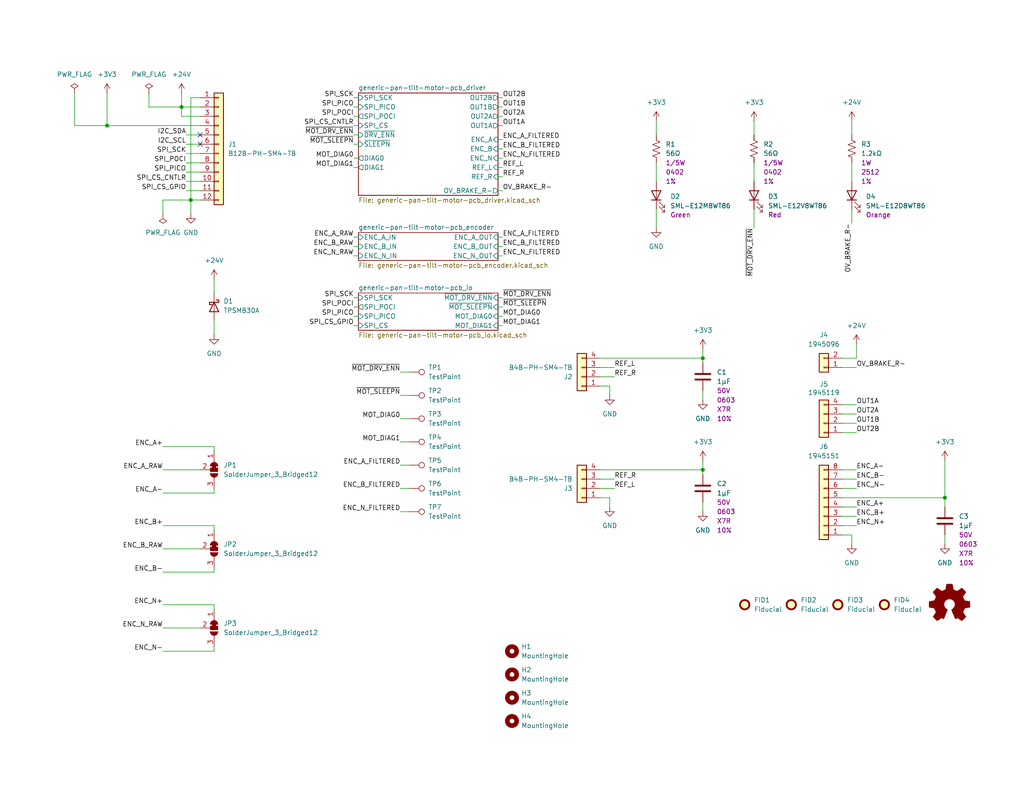
<source format=kicad_sch>
(kicad_sch (version 20231120) (generator "eeschema") (generator_version "8.0")
  (paper "USLetter")
  (title_block (title "Generic Pan Tilt Motor PCB") (date "${KIBOT_GIT_DATE} ${KITBOT_RUN_DATE}") (rev "${KIBOT_GIT_DESCRIBE}") (company "Responsive Environments, MIT Media Lab") (comment 1 "Perry Naseck") (comment 2 "https://github.com/mitmedialab/generic-pan-tilt-pcb/") (comment 3 "Licensed under CERN-OHL-P v2 or later") (comment 4 "© MIT Media Lab 2024") (comment 5 "This source describes Open Hardware and is licensed under the CERN-OHL-P v2 or later. You may redistribute and modify this documentation and make products using it under the terms of the CERN-OHL-P v2 (https:/cern.ch/cern-ohl). This documentation is distributed WITHOUT ANY EXPRESS OR IMPLIED WARRANTY, INCLUDING OF MERCHANTABILITY, SATISFACTORY QUALITY AND FITNESS FOR A PARTICULAR PURPOSE. Please see the CERN-OHL-P v2 for applicable conditions"))
  (lib_symbols
    (symbol "Connector:TestPoint" (pin_numbers hide) (pin_names (offset 0.762) hide)
      (property "Reference" "TP" (at 0 6.858 0))
      (property "Value" "TestPoint" (at 0 5.08 0))
      (symbol "TestPoint_1_1"
        (pin passive line (at 0 0 90) (length 2.54) (name "1") (number "1"))
      )
    )
    (symbol "Connector_Generic:Conn_01x02" (pin_names (offset 1.016) hide)
      (property "Reference" "J" (at 0 2.54 0))
      (property "Value" "Conn_01x02" (at 0 -5.08 0))
      (symbol "Conn_01x02_1_1"
        (pin passive line (at -5.08 0 0) (length 3.81) (name "Pin_1") (number "1"))
        (pin passive line (at -5.08 -2.54 0) (length 3.81) (name "Pin_2") (number "2"))
      )
    )
    (symbol "Connector_Generic:Conn_01x04" (pin_names (offset 1.016) hide)
      (property "Reference" "J" (at 0 5.08 0))
      (property "Value" "Conn_01x04" (at 0 -7.62 0))
      (symbol "Conn_01x04_1_1"
        (pin passive line (at -5.08 2.54 0) (length 3.81) (name "Pin_1") (number "1"))
        (pin passive line (at -5.08 0 0) (length 3.81) (name "Pin_2") (number "2"))
        (pin passive line (at -5.08 -2.54 0) (length 3.81) (name "Pin_3") (number "3"))
        (pin passive line (at -5.08 -5.08 0) (length 3.81) (name "Pin_4") (number "4"))
      )
    )
    (symbol "Connector_Generic:Conn_01x08" (pin_names (offset 1.016) hide)
      (property "Reference" "J" (at 0 10.16 0))
      (property "Value" "Conn_01x08" (at 0 -12.7 0))
      (symbol "Conn_01x08_1_1"
        (pin passive line (at -5.08 7.62 0) (length 3.81) (name "Pin_1") (number "1"))
        (pin passive line (at -5.08 5.08 0) (length 3.81) (name "Pin_2") (number "2"))
        (pin passive line (at -5.08 2.54 0) (length 3.81) (name "Pin_3") (number "3"))
        (pin passive line (at -5.08 0 0) (length 3.81) (name "Pin_4") (number "4"))
        (pin passive line (at -5.08 -2.54 0) (length 3.81) (name "Pin_5") (number "5"))
        (pin passive line (at -5.08 -5.08 0) (length 3.81) (name "Pin_6") (number "6"))
        (pin passive line (at -5.08 -7.62 0) (length 3.81) (name "Pin_7") (number "7"))
        (pin passive line (at -5.08 -10.16 0) (length 3.81) (name "Pin_8") (number "8"))
      )
    )
    (symbol "Connector_Generic:Conn_01x12" (pin_names (offset 1.016) hide)
      (property "Reference" "J" (at 0 15.24 0))
      (property "Value" "Conn_01x12" (at 0 -17.78 0))
      (symbol "Conn_01x12_1_1"
        (pin passive line (at -5.08 12.7 0) (length 3.81) (name "Pin_1") (number "1"))
        (pin passive line (at -5.08 -10.16 0) (length 3.81) (name "Pin_10") (number "10"))
        (pin passive line (at -5.08 -12.7 0) (length 3.81) (name "Pin_11") (number "11"))
        (pin passive line (at -5.08 -15.24 0) (length 3.81) (name "Pin_12") (number "12"))
        (pin passive line (at -5.08 10.16 0) (length 3.81) (name "Pin_2") (number "2"))
        (pin passive line (at -5.08 7.62 0) (length 3.81) (name "Pin_3") (number "3"))
        (pin passive line (at -5.08 5.08 0) (length 3.81) (name "Pin_4") (number "4"))
        (pin passive line (at -5.08 2.54 0) (length 3.81) (name "Pin_5") (number "5"))
        (pin passive line (at -5.08 0 0) (length 3.81) (name "Pin_6") (number "6"))
        (pin passive line (at -5.08 -2.54 0) (length 3.81) (name "Pin_7") (number "7"))
        (pin passive line (at -5.08 -5.08 0) (length 3.81) (name "Pin_8") (number "8"))
        (pin passive line (at -5.08 -7.62 0) (length 3.81) (name "Pin_9") (number "9"))
      )
    )
    (symbol "Device:C" (pin_numbers hide) (pin_names (offset 0.254))
      (property "Reference" "C" (at 0.635 2.54 0))
      (property "Value" "C" (at 0.635 -2.54 0))
      (symbol "C_1_1"
        (pin passive line (at 0 3.81 270) (length 2.794) (name "~") (number "1"))
        (pin passive line (at 0 -3.81 90) (length 2.794) (name "~") (number "2"))
      )
    )
    (symbol "Device:D_Schottky" (pin_numbers hide) (pin_names (offset 1.016) hide)
      (property "Reference" "D" (at 0 2.54 0))
      (property "Value" "D_Schottky" (at 0 -2.54 0))
      (symbol "D_Schottky_1_1"
        (pin passive line (at -3.81 0 0) (length 2.54) (name "K") (number "1"))
        (pin passive line (at 3.81 0 180) (length 2.54) (name "A") (number "2"))
      )
    )
    (symbol "Device:LED" (pin_numbers hide) (pin_names (offset 1.016) hide)
      (property "Reference" "D" (at 0 2.54 0))
      (property "Value" "LED" (at 0 -2.54 0))
      (symbol "LED_1_1"
        (pin passive line (at -3.81 0 0) (length 2.54) (name "K") (number "1"))
        (pin passive line (at 3.81 0 180) (length 2.54) (name "A") (number "2"))
      )
    )
    (symbol "Device:R_US" (pin_numbers hide) (pin_names (offset 0))
      (property "Reference" "R" (at 2.54 0 90))
      (property "Value" "R_US" (at -2.54 0 90))
      (symbol "R_US_1_1"
        (pin passive line (at 0 3.81 270) (length 1.27) (name "~") (number "1"))
        (pin passive line (at 0 -3.81 90) (length 1.27) (name "~") (number "2"))
      )
    )
    (symbol "Graphic:Logo_Open_Hardware_Small" (in_bom no) (on_board no))
    (symbol "Jumper:SolderJumper_3_Bridged12" (pin_names (offset 0) hide) (exclude_from_sim yes) (in_bom no)
      (property "Reference" "JP" (at -2.54 -2.54 0))
      (property "Value" "SolderJumper_3_Bridged12" (at 0 2.794 0))
      (symbol "SolderJumper_3_Bridged12_1_1"
        (pin passive line (at -5.08 0 0) (length 2.54) (name "A") (number "1"))
        (pin passive line (at 0 -3.81 90) (length 2.54) (name "C") (number "2"))
        (pin passive line (at 5.08 0 180) (length 2.54) (name "B") (number "3"))
      )
    )
    (symbol "Mechanical:Fiducial" (exclude_from_sim yes) (in_bom no)
      (property "Reference" "FID" (at 0 5.08 0))
      (property "Value" "Fiducial" (at 0 3.175 0))
    )
    (symbol "Mechanical:MountingHole" (pin_names (offset 1.016)) (exclude_from_sim yes) (in_bom no)
      (property "Reference" "H" (at 0 5.08 0))
      (property "Value" "MountingHole" (at 0 3.175 0))
    )
    (symbol "power:+24V" (power) (pin_numbers hide) (pin_names (offset 0) hide)
      (property "Value" "+24V" (at 0 3.556 0))
      (symbol "+24V_1_1"
        (pin power_in line (at 0 0 90) (length 0) (name "~") (number "1"))
      )
    )
    (symbol "power:+3V3" (power) (pin_numbers hide) (pin_names (offset 0) hide)
      (property "Value" "+3V3" (at 0 3.556 0))
      (symbol "+3V3_1_1"
        (pin power_in line (at 0 0 90) (length 0) (name "~") (number "1"))
      )
    )
    (symbol "power:GND" (power) (pin_numbers hide) (pin_names (offset 0) hide)
      (property "Value" "GND" (at 0 -3.81 0))
      (symbol "GND_1_1"
        (pin power_in line (at 0 0 270) (length 0) (name "~") (number "1"))
      )
    )
    (symbol "power:PWR_FLAG" (power) (pin_numbers hide) (pin_names (offset 0) hide)
      (property "Value" "PWR_FLAG" (at 0 3.81 0))
      (symbol "PWR_FLAG_0_0"
        (pin power_out line (at 0 0 90) (length 0) (name "~") (number "1"))
      )
    )
  )
  (junction (at 191.77 128.27))
  (junction (at 29.21 34.29))
  (junction (at 191.77 97.79))
  (junction (at 52.07 54.61))
  (junction (at 257.81 135.89))
  (junction (at 49.53 29.21))
  (no_connect (at 54.61 39.37))
  (no_connect (at 54.61 36.83))
  (wire (pts (xy 50.8 36.83) (xy 54.61 36.83)))
  (wire (pts (xy 109.22 139.7) (xy 111.76 139.7)))
  (wire (pts (xy 44.45 134.62) (xy 58.42 134.62)))
  (wire (pts (xy 49.53 31.75) (xy 54.61 31.75)))
  (wire (pts (xy 52.07 58.42) (xy 52.07 54.61)))
  (wire (pts (xy 257.81 138.43) (xy 257.81 135.89)))
  (wire (pts (xy 109.22 101.6) (xy 111.76 101.6)))
  (wire (pts (xy 205.74 44.45) (xy 205.74 49.53)))
  (wire (pts (xy 166.37 105.41) (xy 163.83 105.41)))
  (wire (pts (xy 58.42 76.2) (xy 58.42 80.01)))
  (wire (pts (xy 191.77 129.54) (xy 191.77 128.27)))
  (wire (pts (xy 257.81 135.89) (xy 229.87 135.89)))
  (wire (pts (xy 44.45 149.86) (xy 54.61 149.86)))
  (wire (pts (xy 58.42 177.8) (xy 58.42 176.53)))
  (wire (pts (xy 233.68 93.98) (xy 233.68 97.79)))
  (wire (pts (xy 44.45 156.21) (xy 58.42 156.21)))
  (wire (pts (xy 96.52 43.18) (xy 97.79 43.18)))
  (wire (pts (xy 109.22 107.95) (xy 111.76 107.95)))
  (wire (pts (xy 52.07 54.61) (xy 52.07 26.67)))
  (wire (pts (xy 58.42 143.51) (xy 58.42 144.78)))
  (wire (pts (xy 135.89 69.85) (xy 137.16 69.85)))
  (wire (pts (xy 29.21 25.4) (xy 29.21 34.29)))
  (wire (pts (xy 44.45 121.92) (xy 58.42 121.92)))
  (wire (pts (xy 135.89 45.72) (xy 137.16 45.72)))
  (wire (pts (xy 233.68 128.27) (xy 229.87 128.27)))
  (wire (pts (xy 44.45 128.27) (xy 54.61 128.27)))
  (wire (pts (xy 233.68 100.33) (xy 229.87 100.33)))
  (wire (pts (xy 233.68 130.81) (xy 229.87 130.81)))
  (wire (pts (xy 50.8 44.45) (xy 54.61 44.45)))
  (wire (pts (xy 96.52 34.29) (xy 97.79 34.29)))
  (wire (pts (xy 135.89 67.31) (xy 137.16 67.31)))
  (wire (pts (xy 135.89 43.18) (xy 137.16 43.18)))
  (wire (pts (xy 257.81 146.05) (xy 257.81 148.59)))
  (wire (pts (xy 135.89 29.21) (xy 137.16 29.21)))
  (wire (pts (xy 233.68 140.97) (xy 229.87 140.97)))
  (wire (pts (xy 44.45 165.1) (xy 58.42 165.1)))
  (wire (pts (xy 96.52 86.36) (xy 97.79 86.36)))
  (wire (pts (xy 49.53 29.21) (xy 54.61 29.21)))
  (wire (pts (xy 167.64 102.87) (xy 163.83 102.87)))
  (wire (pts (xy 167.64 130.81) (xy 163.83 130.81)))
  (wire (pts (xy 44.45 143.51) (xy 58.42 143.51)))
  (wire (pts (xy 232.41 60.96) (xy 232.41 57.15)))
  (wire (pts (xy 232.41 33.02) (xy 232.41 36.83)))
  (wire (pts (xy 49.53 29.21) (xy 49.53 31.75)))
  (wire (pts (xy 52.07 26.67) (xy 54.61 26.67)))
  (wire (pts (xy 96.52 29.21) (xy 97.79 29.21)))
  (wire (pts (xy 232.41 146.05) (xy 229.87 146.05)))
  (wire (pts (xy 50.8 41.91) (xy 54.61 41.91)))
  (wire (pts (xy 232.41 44.45) (xy 232.41 49.53)))
  (wire (pts (xy 40.64 25.4) (xy 40.64 29.21)))
  (wire (pts (xy 179.07 33.02) (xy 179.07 36.83)))
  (wire (pts (xy 20.32 25.4) (xy 20.32 34.29)))
  (wire (pts (xy 233.68 97.79) (xy 229.87 97.79)))
  (wire (pts (xy 205.74 57.15) (xy 205.74 62.23)))
  (wire (pts (xy 232.41 148.59) (xy 232.41 146.05)))
  (wire (pts (xy 58.42 133.35) (xy 58.42 134.62)))
  (wire (pts (xy 135.89 64.77) (xy 137.16 64.77)))
  (wire (pts (xy 233.68 115.57) (xy 229.87 115.57)))
  (wire (pts (xy 96.52 39.37) (xy 97.79 39.37)))
  (wire (pts (xy 233.68 118.11) (xy 229.87 118.11)))
  (wire (pts (xy 135.89 88.9) (xy 137.16 88.9)))
  (wire (pts (xy 50.8 49.53) (xy 54.61 49.53)))
  (wire (pts (xy 50.8 46.99) (xy 54.61 46.99)))
  (wire (pts (xy 135.89 48.26) (xy 137.16 48.26)))
  (wire (pts (xy 135.89 81.28) (xy 137.16 81.28)))
  (wire (pts (xy 96.52 88.9) (xy 97.79 88.9)))
  (wire (pts (xy 257.81 125.73) (xy 257.81 135.89)))
  (wire (pts (xy 58.42 156.21) (xy 58.42 154.94)))
  (wire (pts (xy 135.89 83.82) (xy 137.16 83.82)))
  (wire (pts (xy 233.68 133.35) (xy 229.87 133.35)))
  (wire (pts (xy 191.77 99.06) (xy 191.77 97.79)))
  (wire (pts (xy 109.22 133.35) (xy 111.76 133.35)))
  (wire (pts (xy 135.89 52.07) (xy 137.16 52.07)))
  (wire (pts (xy 96.52 67.31) (xy 97.79 67.31)))
  (wire (pts (xy 44.45 58.42) (xy 44.45 54.61)))
  (wire (pts (xy 109.22 114.3) (xy 111.76 114.3)))
  (wire (pts (xy 58.42 87.63) (xy 58.42 91.44)))
  (wire (pts (xy 191.77 106.68) (xy 191.77 109.22)))
  (wire (pts (xy 96.52 69.85) (xy 97.79 69.85)))
  (wire (pts (xy 20.32 34.29) (xy 29.21 34.29)))
  (wire (pts (xy 96.52 36.83) (xy 97.79 36.83)))
  (wire (pts (xy 233.68 113.03) (xy 229.87 113.03)))
  (wire (pts (xy 135.89 38.1) (xy 137.16 38.1)))
  (wire (pts (xy 96.52 83.82) (xy 97.79 83.82)))
  (wire (pts (xy 52.07 54.61) (xy 54.61 54.61)))
  (wire (pts (xy 191.77 97.79) (xy 163.83 97.79)))
  (wire (pts (xy 135.89 26.67) (xy 137.16 26.67)))
  (wire (pts (xy 166.37 107.95) (xy 166.37 105.41)))
  (wire (pts (xy 179.07 44.45) (xy 179.07 49.53)))
  (wire (pts (xy 191.77 125.73) (xy 191.77 128.27)))
  (wire (pts (xy 44.45 171.45) (xy 54.61 171.45)))
  (wire (pts (xy 191.77 95.25) (xy 191.77 97.79)))
  (wire (pts (xy 96.52 81.28) (xy 97.79 81.28)))
  (wire (pts (xy 191.77 137.16) (xy 191.77 139.7)))
  (wire (pts (xy 109.22 127) (xy 111.76 127)))
  (wire (pts (xy 40.64 29.21) (xy 49.53 29.21)))
  (wire (pts (xy 233.68 143.51) (xy 229.87 143.51)))
  (wire (pts (xy 50.8 52.07) (xy 54.61 52.07)))
  (wire (pts (xy 233.68 138.43) (xy 229.87 138.43)))
  (wire (pts (xy 96.52 64.77) (xy 97.79 64.77)))
  (wire (pts (xy 135.89 40.64) (xy 137.16 40.64)))
  (wire (pts (xy 58.42 123.19) (xy 58.42 121.92)))
  (wire (pts (xy 135.89 34.29) (xy 137.16 34.29)))
  (wire (pts (xy 166.37 138.43) (xy 166.37 135.89)))
  (wire (pts (xy 233.68 110.49) (xy 229.87 110.49)))
  (wire (pts (xy 96.52 26.67) (xy 97.79 26.67)))
  (wire (pts (xy 191.77 128.27) (xy 163.83 128.27)))
  (wire (pts (xy 96.52 31.75) (xy 97.79 31.75)))
  (wire (pts (xy 49.53 25.4) (xy 49.53 29.21)))
  (wire (pts (xy 58.42 166.37) (xy 58.42 165.1)))
  (wire (pts (xy 167.64 133.35) (xy 163.83 133.35)))
  (wire (pts (xy 205.74 33.02) (xy 205.74 36.83)))
  (wire (pts (xy 96.52 45.72) (xy 97.79 45.72)))
  (wire (pts (xy 135.89 31.75) (xy 137.16 31.75)))
  (wire (pts (xy 44.45 54.61) (xy 52.07 54.61)))
  (wire (pts (xy 109.22 120.65) (xy 111.76 120.65)))
  (wire (pts (xy 166.37 135.89) (xy 163.83 135.89)))
  (wire (pts (xy 44.45 177.8) (xy 58.42 177.8)))
  (wire (pts (xy 167.64 100.33) (xy 163.83 100.33)))
  (wire (pts (xy 50.8 39.37) (xy 54.61 39.37)))
  (wire (pts (xy 135.89 86.36) (xy 137.16 86.36)))
  (wire (pts (xy 179.07 57.15) (xy 179.07 62.23)))
  (wire (pts (xy 29.21 34.29) (xy 54.61 34.29)))
  (label "ENC_B-" (at 44.45 156.21 180))
  (label "SPI_POCI" (at 96.52 31.75 180))
  (label "MOT_DIAG0" (at 109.22 114.3 180))
  (label "ENC_B-" (at 233.68 130.81 0))
  (label "ENC_B+" (at 44.45 143.51 180))
  (label "OUT1B" (at 137.16 29.21 0))
  (label "ENC_A_FILTERED" (at 137.16 64.77 0))
  (label "ENC_A_RAW" (at 96.52 64.77 180))
  (label "ENC_A-" (at 44.45 134.62 180))
  (label "OV_BRAKE_R-" (at 137.16 52.07 0))
  (label "~{MOT_DRV_ENN}" (at 109.22 101.6 180))
  (label "MOT_DIAG0" (at 96.52 43.18 180))
  (label "OV_BRAKE_R-" (at 232.41 60.96 270))
  (label "REF_R" (at 167.64 102.87 0))
  (label "ENC_N+" (at 44.45 165.1 180))
  (label "SPI_PICO" (at 96.52 29.21 180))
  (label "MOT_DIAG1" (at 137.16 88.9 0))
  (label "ENC_A_RAW" (at 44.45 128.27 180))
  (label "ENC_A+" (at 44.45 121.92 180))
  (label "~{MOT_SLEEPN}" (at 137.16 83.82 0))
  (label "ENC_B_FILTERED" (at 109.22 133.35 180))
  (label "OUT1A" (at 137.16 34.29 0))
  (label "I2C_SCL" (at 50.8 39.37 180))
  (label "ENC_B_FILTERED" (at 137.16 40.64 0))
  (label "ENC_N-" (at 233.68 133.35 0))
  (label "MOT_DIAG0" (at 137.16 86.36 0))
  (label "ENC_N_RAW" (at 44.45 171.45 180))
  (label "SPI_CS_GPIO" (at 96.52 88.9 180))
  (label "~{MOT_SLEEPN}" (at 96.52 39.37 180))
  (label "SPI_CS_CNTLR" (at 50.8 49.53 180))
  (label "REF_L" (at 167.64 133.35 0))
  (label "~{MOT_DRV_ENN}" (at 205.74 62.23 270))
  (label "ENC_B_FILTERED" (at 137.16 67.31 0))
  (label "ENC_A_FILTERED" (at 109.22 127 180))
  (label "OUT2A" (at 233.68 113.03 0))
  (label "SPI_PICO" (at 50.8 46.99 180))
  (label "ENC_N_RAW" (at 96.52 69.85 180))
  (label "ENC_A-" (at 233.68 128.27 0))
  (label "~{MOT_SLEEPN}" (at 109.22 107.95 180))
  (label "REF_R" (at 167.64 130.81 0))
  (label "REF_L" (at 137.16 45.72 0))
  (label "REF_L" (at 167.64 100.33 0))
  (label "MOT_DIAG1" (at 96.52 45.72 180))
  (label "OUT1A" (at 233.68 110.49 0))
  (label "ENC_A_FILTERED" (at 137.16 38.1 0))
  (label "ENC_B+" (at 233.68 140.97 0))
  (label "I2C_SDA" (at 50.8 36.83 180))
  (label "OUT2B" (at 233.68 118.11 0))
  (label "REF_R" (at 137.16 48.26 0))
  (label "ENC_N_FILTERED" (at 137.16 43.18 0))
  (label "ENC_A+" (at 233.68 138.43 0))
  (label "ENC_N_FILTERED" (at 137.16 69.85 0))
  (label "ENC_N+" (at 233.68 143.51 0))
  (label "SPI_CS_GPIO" (at 50.8 52.07 180))
  (label "SPI_CS_CNTLR" (at 96.52 34.29 180))
  (label "SPI_PICO" (at 96.52 86.36 180))
  (label "ENC_N-" (at 44.45 177.8 180))
  (label "SPI_SCK" (at 96.52 81.28 180))
  (label "ENC_B_RAW" (at 96.52 67.31 180))
  (label "SPI_POCI" (at 50.8 44.45 180))
  (label "SPI_SCK" (at 50.8 41.91 180))
  (label "OV_BRAKE_R-" (at 233.68 100.33 0))
  (label "OUT1B" (at 233.68 115.57 0))
  (label "~{MOT_DRV_ENN}" (at 137.16 81.28 0))
  (label "OUT2A" (at 137.16 31.75 0))
  (label "ENC_B_RAW" (at 44.45 149.86 180))
  (label "SPI_POCI" (at 96.52 83.82 180))
  (label "ENC_N_FILTERED" (at 109.22 139.7 180))
  (label "~{MOT_DRV_ENN}" (at 96.52 36.83 180))
  (label "OUT2B" (at 137.16 26.67 0))
  (label "MOT_DIAG1" (at 109.22 120.65 180))
  (label "SPI_SCK" (at 96.52 26.67 180))
  (symbol (lib_id "Mechanical:MountingHole") (at 139.7 177.8 0) (unit 1) (exclude_from_sim yes) (in_bom no)
    (property "Reference" "H1" (at 142.24 176.5299 0) (effects (justify left)))
    (property "Value" "MountingHole" (at 142.24 179.0699 0) (effects (justify left)))
    (property "Footprint" "MountingHole:MountingHole_3.2mm_M3" (effects (hide yes)))
    (property "Description" "Mounting Hole without connection" (effects (hide yes)))
  )
  (symbol (lib_id "Jumper:SolderJumper_3_Bridged12") (at 58.42 171.45 270) (unit 1) (exclude_from_sim yes) (in_bom no)
    (property "Reference" "JP3" (at 60.96 170.1799 90) (effects (justify left)))
    (property "Value" "SolderJumper_3_Bridged12" (at 60.96 172.7199 90) (effects (justify left)))
    (property "Footprint" "Jumper:SolderJumper-3_P1.3mm_Bridged12_RoundedPad1.0x1.5mm_NumberLabels" (effects (hide yes)))
    (property "Description" "3-pole Solder Jumper, pins 1+2 closed/bridged" (effects (hide yes)))
  )
  (symbol (lib_id "power:PWR_FLAG") (at 44.45 58.42 180) (unit 1)
    (property "Reference" "#FLG03" (effects (hide yes)))
    (property "Value" "PWR_FLAG" (at 44.45 63.5 0))
    (property "Description" "Special symbol for telling ERC where power comes from" (effects (hide yes)))
  )
  (symbol (lib_id "power:+24V") (at 49.53 25.4 0) (unit 1)
    (property "Reference" "#PWR02" (effects (hide yes)))
    (property "Value" "+24V" (at 49.53 20.32 0))
    (property "Description" "Power symbol creates a global label with name \"+24V\"" (effects (hide yes)))
  )
  (symbol (lib_id "Connector_Generic:Conn_01x08") (at 224.79 138.43 180) (unit 1)
    (property "Reference" "J6" (at 224.79 121.92 0))
    (property "Value" "1945151" (at 224.79 124.46 0))
    (property "Footprint" "generic-pan-tilt-motor-pcb:PhoenixContact_PST_1.0_8-3.5_1x08_P3.5mm_Vertical" (effects (hide yes)))
    (property "Description" "Generic connector, single row, 01x08, script generated (kicad-library-utils/schlib/autogen/connector/)" (effects (hide yes)))
    (property "digikey#" "277-1755-ND|277-1712-ND" (effects (hide yes)))
    (property "manf#" "1945151|1984073" (effects (hide yes)))
    (property "mouser#" "651-1945151|651-1984073" (effects (hide yes)))
    (property "newark#" "69R9974|70R0016" (effects (hide yes)))
    (property "goldphoenix#" "139-1945151-CT" (effects (hide yes)))
    (property "lcsc#" "|C21692588" (effects (hide yes)))
  )
  (symbol (lib_id "Connector:TestPoint") (at 111.76 107.95 270) (unit 1) (exclude_from_sim yes) (in_bom no)
    (property "Reference" "TP2" (at 116.84 106.6799 90) (effects (justify left)))
    (property "Value" "TestPoint" (at 116.84 109.2199 90) (effects (justify left)))
    (property "Footprint" "TestPoint:TestPoint_Pad_1.0x1.0mm" (effects (hide yes)))
    (property "Description" "test point" (effects (hide yes)))
  )
  (symbol (lib_id "power:GND") (at 232.41 148.59 0) (mirror y) (unit 1)
    (property "Reference" "#PWR016" (effects (hide yes)))
    (property "Value" "GND" (at 232.41 153.67 0))
    (property "Description" "Power symbol creates a global label with name \"GND\" , ground" (effects (hide yes)))
  )
  (symbol (lib_id "power:GND") (at 257.81 148.59 0) (mirror y) (unit 1)
    (property "Reference" "#PWR019" (effects (hide yes)))
    (property "Value" "GND" (at 257.81 153.67 0))
    (property "Description" "Power symbol creates a global label with name \"GND\" , ground" (effects (hide yes)))
  )
  (symbol (lib_id "Connector:TestPoint") (at 111.76 101.6 270) (unit 1) (exclude_from_sim yes) (in_bom no)
    (property "Reference" "TP1" (at 116.84 100.3299 90) (effects (justify left)))
    (property "Value" "TestPoint" (at 116.84 102.8699 90) (effects (justify left)))
    (property "Footprint" "TestPoint:TestPoint_Pad_1.0x1.0mm" (effects (hide yes)))
    (property "Description" "test point" (effects (hide yes)))
  )
  (symbol (lib_id "Connector:TestPoint") (at 111.76 139.7 270) (unit 1) (exclude_from_sim yes) (in_bom no)
    (property "Reference" "TP7" (at 116.84 138.4299 90) (effects (justify left)))
    (property "Value" "TestPoint" (at 116.84 140.9699 90) (effects (justify left)))
    (property "Footprint" "TestPoint:TestPoint_Pad_1.0x1.0mm" (effects (hide yes)))
    (property "Description" "test point" (effects (hide yes)))
  )
  (symbol (lib_id "power:+3V3") (at 257.81 125.73 0) (mirror y) (unit 1)
    (property "Reference" "#PWR018" (effects (hide yes)))
    (property "Value" "+3V3" (at 257.81 120.65 0))
    (property "Description" "Power symbol creates a global label with name \"+3V3\"" (effects (hide yes)))
  )
  (symbol (lib_id "power:GND") (at 166.37 107.95 0) (mirror y) (unit 1)
    (property "Reference" "#PWR06" (effects (hide yes)))
    (property "Value" "GND" (at 166.37 113.03 0))
    (property "Description" "Power symbol creates a global label with name \"GND\" , ground" (effects (hide yes)))
  )
  (symbol (lib_id "power:+24V") (at 232.41 33.02 0) (unit 1)
    (property "Reference" "#PWR015" (effects (hide yes)))
    (property "Value" "+24V" (at 232.41 27.94 0))
    (property "Description" "Power symbol creates a global label with name \"+24V\"" (effects (hide yes)))
  )
  (symbol (lib_id "power:GND") (at 52.07 58.42 0) (unit 1)
    (property "Reference" "#PWR03" (effects (hide yes)))
    (property "Value" "GND" (at 52.07 63.5 0))
    (property "Description" "Power symbol creates a global label with name \"GND\" , ground" (effects (hide yes)))
  )
  (symbol (lib_id "Device:C") (at 191.77 102.87 0) (unit 1)
    (property "Reference" "C1" (at 195.58 101.5999 0) (effects (justify left)))
    (property "Value" "1µF" (at 195.58 104.1399 0) (effects (justify left)))
    (property "Footprint" "Capacitor_SMD:C_0603_1608Metric" (effects (hide yes)))
    (property "Description" "Unpolarized capacitor" (effects (hide yes)))
    (property "Voltage" "50V" (at 195.58 106.6799 0) (effects (justify left)))
    (property "Case Code" "0603" (at 195.58 109.2199 0) (effects (justify left)))
    (property "Dielectric" "X7R" (at 195.58 111.7599 0) (effects (justify left)))
    (property "Tolerance" "10%" (at 195.58 114.2999 0) (effects (justify left)))
    (property "manf#" "CL10B105KB8NQNC" (effects (hide yes)))
    (property "mouser#" "187­-CL10B105KB8NQNC" (effects (hide yes)))
    (property "lcsc#" "C5199872" (effects (hide yes)))
  )
  (symbol (lib_id "Mechanical:MountingHole") (at 139.7 184.15 0) (unit 1) (exclude_from_sim yes) (in_bom no)
    (property "Reference" "H2" (at 142.24 182.8799 0) (effects (justify left)))
    (property "Value" "MountingHole" (at 142.24 185.4199 0) (effects (justify left)))
    (property "Footprint" "MountingHole:MountingHole_3.2mm_M3" (effects (hide yes)))
    (property "Description" "Mounting Hole without connection" (effects (hide yes)))
  )
  (symbol (lib_id "Connector:TestPoint") (at 111.76 133.35 270) (unit 1) (exclude_from_sim yes) (in_bom no)
    (property "Reference" "TP6" (at 116.84 132.0799 90) (effects (justify left)))
    (property "Value" "TestPoint" (at 116.84 134.6199 90) (effects (justify left)))
    (property "Footprint" "TestPoint:TestPoint_Pad_1.0x1.0mm" (effects (hide yes)))
    (property "Description" "test point" (effects (hide yes)))
  )
  (symbol (lib_id "power:GND") (at 191.77 139.7 0) (mirror y) (unit 1)
    (property "Reference" "#PWR013" (effects (hide yes)))
    (property "Value" "GND" (at 191.77 144.78 0))
    (property "Description" "Power symbol creates a global label with name \"GND\" , ground" (effects (hide yes)))
  )
  (symbol (lib_id "Device:LED") (at 205.74 53.34 90) (unit 1)
    (property "Reference" "D3" (at 209.55 53.6574 90) (effects (justify right)))
    (property "Value" "SML-E12V8WT86" (at 209.55 56.1974 90) (effects (justify right)))
    (property "Footprint" "LED_SMD:LED_0603_1608Metric" (effects (hide yes)))
    (property "Datasheet" "https://fscdn.rohm.com/en/products/databook/datasheet/opto/led/chip_mono/sml-e12v8wt86-e.pdf" (effects (hide yes)))
    (property "Description" "Light emitting diode" (effects (hide yes)))
    (property "Color" "Red" (at 209.55 58.674 90) (effects (justify right)))
    (property "digikey#" "846-SML-E12V8WT86CT-ND" (effects (hide yes)))
    (property "manf#" "SML-E12V8WT86" (effects (hide yes)))
    (property "mouser#" "755-SML-E12V8WT86" (effects (hide yes)))
    (property "newark#" "18AC7719" (effects (hide yes)))
    (property "lcsc#" "C510294" (effects (hide yes)))
  )
  (symbol (lib_id "Connector_Generic:Conn_01x04") (at 158.75 133.35 180) (unit 1)
    (property "Reference" "J3" (at 156.21 133.3501 0) (effects (justify left)))
    (property "Value" "B4B-PH-SM4-TB" (at 156.21 130.8101 0) (effects (justify left)))
    (property "Footprint" "Connector_JST:JST_PH_B4B-PH-SM4-TB_1x04-1MP_P2.00mm_Vertical" (effects (hide yes)))
    (property "Datasheet" "https://www.jst-mfg.com/product/pdf/eng/ePH.pdf" (effects (hide yes)))
    (property "Description" "Generic connector, single row, 01x04, script generated (kicad-library-utils/schlib/autogen/connector/)" (effects (hide yes)))
    (property "manf#" "B4B-PH-SM4-TB" (effects (hide yes)))
    (property "digikey#" "455-B4B-PH-SM4-TBCT-ND" (effects (hide yes)))
    (property "newark#" "37K9959" (effects (hide yes)))
    (property "goldphoenix#" "122-B4B-PH-SM4-TB(LF)(SN)-CT" (effects (hide yes)))
    (property "lcsc#" "C160354" (effects (hide yes)))
  )
  (symbol (lib_id "Mechanical:Fiducial") (at 241.3 165.1 0) (unit 1) (exclude_from_sim yes) (in_bom no)
    (property "Reference" "FID4" (at 243.84 163.8299 0) (effects (justify left)))
    (property "Value" "Fiducial" (at 243.84 166.3699 0) (effects (justify left)))
    (property "Footprint" "Fiducial:Fiducial_0.5mm_Mask1mm" (effects (hide yes)))
    (property "Description" "Fiducial Marker" (effects (hide yes)))
  )
  (symbol (lib_id "Device:LED") (at 179.07 53.34 90) (unit 1)
    (property "Reference" "D2" (at 182.88 53.6574 90) (effects (justify right)))
    (property "Value" "SML-E12M8WT86" (at 182.88 56.1974 90) (effects (justify right)))
    (property "Footprint" "LED_SMD:LED_0603_1608Metric" (effects (hide yes)))
    (property "Datasheet" "https://fscdn.rohm.com/en/products/databook/datasheet/opto/led/chip_mono/sml-e12m8wt86-e.pdf" (effects (hide yes)))
    (property "Description" "Light emitting diode" (effects (hide yes)))
    (property "Color" "Green" (at 182.88 58.674 90) (effects (justify right)))
    (property "digikey#" "846-SML-E12M8WT86CT-ND" (effects (hide yes)))
    (property "manf#" "SML-E12M8WT86" (effects (hide yes)))
    (property "mouser#" "755-SML-E12M8WT86" (effects (hide yes)))
    (property "newark#" "18AC7715" (effects (hide yes)))
    (property "lcsc#" "C2837819" (effects (hide yes)))
  )
  (symbol (lib_id "Connector_Generic:Conn_01x04") (at 158.75 102.87 180) (unit 1)
    (property "Reference" "J2" (at 156.21 102.8701 0) (effects (justify left)))
    (property "Value" "B4B-PH-SM4-TB" (at 156.21 100.3301 0) (effects (justify left)))
    (property "Footprint" "Connector_JST:JST_PH_B4B-PH-SM4-TB_1x04-1MP_P2.00mm_Vertical" (effects (hide yes)))
    (property "Datasheet" "https://www.jst-mfg.com/product/pdf/eng/ePH.pdf" (effects (hide yes)))
    (property "Description" "Generic connector, single row, 01x04, script generated (kicad-library-utils/schlib/autogen/connector/)" (effects (hide yes)))
    (property "manf#" "B4B-PH-SM4-TB" (effects (hide yes)))
    (property "digikey#" "455-B4B-PH-SM4-TBCT-ND" (effects (hide yes)))
    (property "newark#" "37K9959" (effects (hide yes)))
    (property "goldphoenix#" "122-B4B-PH-SM4-TB(LF)(SN)-CT" (effects (hide yes)))
    (property "lcsc#" "C160354" (effects (hide yes)))
  )
  (symbol (lib_id "Device:C") (at 191.77 133.35 0) (unit 1)
    (property "Reference" "C2" (at 195.58 132.0799 0) (effects (justify left)))
    (property "Value" "1µF" (at 195.58 134.6199 0) (effects (justify left)))
    (property "Footprint" "Capacitor_SMD:C_0603_1608Metric" (effects (hide yes)))
    (property "Description" "Unpolarized capacitor" (effects (hide yes)))
    (property "Voltage" "50V" (at 195.58 137.1599 0) (effects (justify left)))
    (property "Case Code" "0603" (at 195.58 139.6999 0) (effects (justify left)))
    (property "Dielectric" "X7R" (at 195.58 142.2399 0) (effects (justify left)))
    (property "Tolerance" "10%" (at 195.58 144.7799 0) (effects (justify left)))
    (property "manf#" "CL10B105KB8NQNC" (effects (hide yes)))
    (property "mouser#" "187­-CL10B105KB8NQNC" (effects (hide yes)))
    (property "lcsc#" "C5199872" (effects (hide yes)))
  )
  (symbol (lib_id "Jumper:SolderJumper_3_Bridged12") (at 58.42 128.27 270) (unit 1) (exclude_from_sim yes) (in_bom no)
    (property "Reference" "JP1" (at 60.96 126.9999 90) (effects (justify left)))
    (property "Value" "SolderJumper_3_Bridged12" (at 60.96 129.5399 90) (effects (justify left)))
    (property "Footprint" "Jumper:SolderJumper-3_P1.3mm_Bridged12_RoundedPad1.0x1.5mm_NumberLabels" (effects (hide yes)))
    (property "Description" "3-pole Solder Jumper, pins 1+2 closed/bridged" (effects (hide yes)))
  )
  (symbol (lib_id "Device:R_US") (at 179.07 40.64 0) (unit 1)
    (property "Reference" "R1" (at 181.61 39.3699 0) (effects (justify left)))
    (property "Value" "56Ω" (at 181.61 41.9099 0) (effects (justify left)))
    (property "Footprint" "Resistor_SMD:R_0402_1005Metric" (effects (hide yes)))
    (property "Description" "Resistor, US symbol" (effects (hide yes)))
    (property "digikey#" "541-10417-1-ND" (effects (hide yes)))
    (property "lcsc#" "C4063621" (effects (hide yes)))
    (property "manf#" "RCS040256R0FKED" (effects (hide yes)))
    (property "mouser#" "71-RCS040256R0FKED" (effects (hide yes)))
    (property "Power" "1/5W" (at 181.61 44.4499 0) (effects (justify left)))
    (property "Tolerance" "1%" (at 181.61 49.5299 0) (effects (justify left)))
    (property "Case Code" "0402" (at 181.61 46.9899 0) (effects (justify left)))
  )
  (symbol (lib_id "power:+24V") (at 58.42 76.2 0) (unit 1)
    (property "Reference" "#PWR04" (effects (hide yes)))
    (property "Value" "+24V" (at 58.42 71.12 0))
    (property "Description" "Power symbol creates a global label with name \"+24V\"" (effects (hide yes)))
  )
  (symbol (lib_id "power:+3V3") (at 29.21 25.4 0) (unit 1)
    (property "Reference" "#PWR01" (effects (hide yes)))
    (property "Value" "+3V3" (at 29.21 20.32 0))
    (property "Description" "Power symbol creates a global label with name \"+3V3\"" (effects (hide yes)))
  )
  (symbol (lib_id "Mechanical:MountingHole") (at 139.7 190.5 0) (unit 1) (exclude_from_sim yes) (in_bom no)
    (property "Reference" "H3" (at 142.24 189.2299 0) (effects (justify left)))
    (property "Value" "MountingHole" (at 142.24 191.7699 0) (effects (justify left)))
    (property "Footprint" "MountingHole:MountingHole_3.2mm_M3" (effects (hide yes)))
    (property "Description" "Mounting Hole without connection" (effects (hide yes)))
  )
  (symbol (lib_id "power:+3V3") (at 179.07 33.02 0) (unit 1)
    (property "Reference" "#PWR08" (effects (hide yes)))
    (property "Value" "+3V3" (at 179.07 27.94 0))
    (property "Description" "Power symbol creates a global label with name \"+3V3\"" (effects (hide yes)))
  )
  (symbol (lib_id "Connector:TestPoint") (at 111.76 127 270) (unit 1) (exclude_from_sim yes) (in_bom no)
    (property "Reference" "TP5" (at 116.84 125.7299 90) (effects (justify left)))
    (property "Value" "TestPoint" (at 116.84 128.2699 90) (effects (justify left)))
    (property "Footprint" "TestPoint:TestPoint_Pad_1.0x1.0mm" (effects (hide yes)))
    (property "Description" "test point" (effects (hide yes)))
  )
  (symbol (lib_id "power:+3V3") (at 191.77 125.73 0) (mirror y) (unit 1)
    (property "Reference" "#PWR012" (effects (hide yes)))
    (property "Value" "+3V3" (at 191.77 120.65 0))
    (property "Description" "Power symbol creates a global label with name \"+3V3\"" (effects (hide yes)))
  )
  (symbol (lib_id "power:GND") (at 166.37 138.43 0) (mirror y) (unit 1)
    (property "Reference" "#PWR07" (effects (hide yes)))
    (property "Value" "GND" (at 166.37 143.51 0))
    (property "Description" "Power symbol creates a global label with name \"GND\" , ground" (effects (hide yes)))
  )
  (symbol (lib_id "Mechanical:Fiducial") (at 228.6 165.1 0) (unit 1) (exclude_from_sim yes) (in_bom no)
    (property "Reference" "FID3" (at 231.14 163.8299 0) (effects (justify left)))
    (property "Value" "Fiducial" (at 231.14 166.3699 0) (effects (justify left)))
    (property "Footprint" "Fiducial:Fiducial_0.5mm_Mask1mm" (effects (hide yes)))
    (property "Description" "Fiducial Marker" (effects (hide yes)))
  )
  (symbol (lib_id "power:PWR_FLAG") (at 20.32 25.4 0) (unit 1)
    (property "Reference" "#FLG01" (effects (hide yes)))
    (property "Value" "PWR_FLAG" (at 20.32 20.32 0))
    (property "Description" "Special symbol for telling ERC where power comes from" (effects (hide yes)))
  )
  (symbol (lib_id "Device:R_US") (at 205.74 40.64 0) (unit 1)
    (property "Reference" "R2" (at 208.28 39.3699 0) (effects (justify left)))
    (property "Value" "56Ω" (at 208.28 41.9099 0) (effects (justify left)))
    (property "Footprint" "Resistor_SMD:R_0402_1005Metric" (effects (hide yes)))
    (property "Description" "Resistor, US symbol" (effects (hide yes)))
    (property "digikey#" "541-10417-1-ND" (effects (hide yes)))
    (property "lcsc#" "C4063621" (effects (hide yes)))
    (property "manf#" "RCS040256R0FKED" (effects (hide yes)))
    (property "mouser#" "71-RCS040256R0FKED" (effects (hide yes)))
    (property "Power" "1/5W" (at 208.28 44.4499 0) (effects (justify left)))
    (property "Tolerance" "1%" (at 208.28 49.5299 0) (effects (justify left)))
    (property "Case Code" "0402" (at 208.28 46.9899 0) (effects (justify left)))
  )
  (symbol (lib_id "Graphic:Logo_Open_Hardware_Small") (at 259.08 165.1 0) (unit 1) (exclude_from_sim yes) (in_bom no)
    (property "Reference" "SYM1" (effects (hide yes)))
    (property "Value" "Logo_Open_Hardware_Small" (effects (hide yes)))
    (property "Footprint" "Symbol:OSHW-Logo2_7.3x6mm_SilkScreen" (effects (hide yes)))
    (property "Description" "Open Hardware logo, small" (effects (hide yes)))
  )
  (symbol (lib_id "Device:LED") (at 232.41 53.34 90) (unit 1)
    (property "Reference" "D4" (at 236.22 53.6574 90) (effects (justify right)))
    (property "Value" "SML-E12D8WT86" (at 236.22 56.1974 90) (effects (justify right)))
    (property "Footprint" "LED_SMD:LED_0603_1608Metric" (effects (hide yes)))
    (property "Datasheet" "https://fscdn.rohm.com/en/products/databook/datasheet/opto/led/chip_mono/sml-e12d8wt86-e.pdf" (effects (hide yes)))
    (property "Description" "Light emitting diode" (effects (hide yes)))
    (property "Color" "Orange" (at 236.22 58.674 90) (effects (justify right)))
    (property "manf#" "SML-E12D8WT86" (effects (hide yes)))
    (property "digikey#" "846-SML-E12D8WT86CT-ND" (effects (hide yes)))
    (property "mouser#" "755-SML-E12D8WT86" (effects (hide yes)))
    (property "newark#" "18AC7714" (effects (hide yes)))
    (property "lcsc#" "C5336488" (effects (hide yes)))
  )
  (symbol (lib_id "Connector:TestPoint") (at 111.76 114.3 270) (unit 1) (exclude_from_sim yes) (in_bom no)
    (property "Reference" "TP3" (at 116.84 113.0299 90) (effects (justify left)))
    (property "Value" "TestPoint" (at 116.84 115.5699 90) (effects (justify left)))
    (property "Footprint" "TestPoint:TestPoint_Pad_1.0x1.0mm" (effects (hide yes)))
    (property "Description" "test point" (effects (hide yes)))
  )
  (symbol (lib_id "power:+3V3") (at 205.74 33.02 0) (unit 1)
    (property "Reference" "#PWR014" (effects (hide yes)))
    (property "Value" "+3V3" (at 205.74 27.94 0))
    (property "Description" "Power symbol creates a global label with name \"+3V3\"" (effects (hide yes)))
  )
  (symbol (lib_id "Device:R_US") (at 232.41 40.64 0) (unit 1)
    (property "Reference" "R3" (at 234.95 39.3699 0) (effects (justify left)))
    (property "Value" "1.2kΩ" (at 234.95 41.9099 0) (effects (justify left)))
    (property "Footprint" "Resistor_SMD:R_2512_6332Metric" (effects (hide yes)))
    (property "Description" "Resistor, US symbol" (effects (hide yes)))
    (property "digikey#" "RMCF2512FT1K20CT-ND" (effects (hide yes)))
    (property "lcsc#" "C3943439" (effects (hide yes)))
    (property "manf#" "RMCF2512FT1K20" (effects (hide yes)))
    (property "mouser#" "708-RMCF2512FT1K20" (effects (hide yes)))
    (property "Power" "1W" (at 234.95 44.4499 0) (effects (justify left)))
    (property "Case Code" "2512" (at 234.95 46.9899 0) (effects (justify left)))
    (property "Tolerance" "1%" (at 234.95 49.5299 0) (effects (justify left)))
  )
  (symbol (lib_id "Connector:TestPoint") (at 111.76 120.65 270) (unit 1) (exclude_from_sim yes) (in_bom no)
    (property "Reference" "TP4" (at 116.84 119.3799 90) (effects (justify left)))
    (property "Value" "TestPoint" (at 116.84 121.9199 90) (effects (justify left)))
    (property "Footprint" "TestPoint:TestPoint_Pad_1.0x1.0mm" (effects (hide yes)))
    (property "Description" "test point" (effects (hide yes)))
  )
  (symbol (lib_id "Mechanical:MountingHole") (at 139.7 196.85 0) (unit 1) (exclude_from_sim yes) (in_bom no)
    (property "Reference" "H4" (at 142.24 195.5799 0) (effects (justify left)))
    (property "Value" "MountingHole" (at 142.24 198.1199 0) (effects (justify left)))
    (property "Footprint" "MountingHole:MountingHole_3.2mm_M3" (effects (hide yes)))
    (property "Description" "Mounting Hole without connection" (effects (hide yes)))
  )
  (symbol (lib_id "Connector_Generic:Conn_01x02") (at 224.79 100.33 180) (unit 1)
    (property "Reference" "J4" (at 224.79 91.44 0))
    (property "Value" "1945096" (at 224.79 93.98 0))
    (property "Footprint" "generic-pan-tilt-motor-pcb:PhoenixContact_PST_1.0_2-3.5_1x02_P3.5mm_Vertical" (effects (hide yes)))
    (property "Description" "Generic connector, single row, 01x02, script generated (kicad-library-utils/schlib/autogen/connector/)" (effects (hide yes)))
    (property "manf#" "1945096|1984015" (effects (hide yes)))
    (property "digikey#" "277-1749-ND|277-1706-ND" (effects (hide yes)))
    (property "mouser#" "651-1945096|651-1984015" (effects (hide yes)))
    (property "newark#" "69R9968|70R0001" (effects (hide yes)))
    (property "goldphoenix#" "139-1945096-CT|139-1984015-CT" (effects (hide yes)))
    (property "lcsc#" "C5266024|C3580047" (effects (hide yes)))
  )
  (symbol (lib_id "Connector_Generic:Conn_01x04") (at 224.79 115.57 180) (unit 1)
    (property "Reference" "J5" (at 224.79 104.902 0))
    (property "Value" "1945119" (at 224.79 107.188 0))
    (property "Footprint" "generic-pan-tilt-motor-pcb:PhoenixContact_PST_1.0_4-3.5_1x04_P3.5mm_Vertical" (effects (hide yes)))
    (property "Description" "Generic connector, single row, 01x04, script generated (kicad-library-utils/schlib/autogen/connector/)" (effects (hide yes)))
    (property "manf#" "1945119|1984031" (effects (hide yes)))
    (property "digikey#" "277-1751-ND|277-1708-ND" (effects (hide yes)))
    (property "mouser#" "651-1945119|651-1984031" (effects (hide yes)))
    (property "newark#" "69R9970|70R0007" (effects (hide yes)))
    (property "goldphoenix#" "139-1945119-CT|139-1984031-CT" (effects (hide yes)))
    (property "lcsc#" "C5266029|C5443578" (effects (hide yes)))
  )
  (symbol (lib_id "power:PWR_FLAG") (at 40.64 25.4 0) (unit 1)
    (property "Reference" "#FLG02" (effects (hide yes)))
    (property "Value" "PWR_FLAG" (at 40.64 20.32 0))
    (property "Description" "Special symbol for telling ERC where power comes from" (effects (hide yes)))
  )
  (symbol (lib_id "power:GND") (at 179.07 62.23 0) (unit 1)
    (property "Reference" "#PWR09" (effects (hide yes)))
    (property "Value" "GND" (at 179.07 67.31 0))
    (property "Description" "Power symbol creates a global label with name \"GND\" , ground" (effects (hide yes)))
  )
  (symbol (lib_id "Jumper:SolderJumper_3_Bridged12") (at 58.42 149.86 270) (unit 1) (exclude_from_sim yes) (in_bom no)
    (property "Reference" "JP2" (at 60.96 148.5899 90) (effects (justify left)))
    (property "Value" "SolderJumper_3_Bridged12" (at 60.96 151.1299 90) (effects (justify left)))
    (property "Footprint" "Jumper:SolderJumper-3_P1.3mm_Bridged12_RoundedPad1.0x1.5mm_NumberLabels" (effects (hide yes)))
    (property "Description" "3-pole Solder Jumper, pins 1+2 closed/bridged" (effects (hide yes)))
  )
  (symbol (lib_id "power:GND") (at 58.42 91.44 0) (unit 1)
    (property "Reference" "#PWR05" (effects (hide yes)))
    (property "Value" "GND" (at 58.42 96.52 0))
    (property "Description" "Power symbol creates a global label with name \"GND\" , ground" (effects (hide yes)))
  )
  (symbol (lib_id "Device:C") (at 257.81 142.24 0) (unit 1)
    (property "Reference" "C3" (at 261.62 140.9699 0) (effects (justify left)))
    (property "Value" "1µF" (at 261.62 143.5099 0) (effects (justify left)))
    (property "Footprint" "Capacitor_SMD:C_0603_1608Metric" (effects (hide yes)))
    (property "Description" "Unpolarized capacitor" (effects (hide yes)))
    (property "Voltage" "50V" (at 261.62 146.0499 0) (effects (justify left)))
    (property "Case Code" "0603" (at 261.62 148.5899 0) (effects (justify left)))
    (property "Dielectric" "X7R" (at 261.62 151.1299 0) (effects (justify left)))
    (property "Tolerance" "10%" (at 261.62 153.6699 0) (effects (justify left)))
    (property "manf#" "CL10B105KB8NQNC" (effects (hide yes)))
    (property "mouser#" "187­-CL10B105KB8NQNC" (effects (hide yes)))
    (property "lcsc#" "C5199872" (effects (hide yes)))
  )
  (symbol (lib_id "Mechanical:Fiducial") (at 203.2 165.1 0) (unit 1) (exclude_from_sim yes) (in_bom no)
    (property "Reference" "FID1" (at 205.74 163.8299 0) (effects (justify left)))
    (property "Value" "Fiducial" (at 205.74 166.3699 0) (effects (justify left)))
    (property "Footprint" "Fiducial:Fiducial_0.5mm_Mask1mm" (effects (hide yes)))
    (property "Description" "Fiducial Marker" (effects (hide yes)))
  )
  (symbol (lib_id "power:+24V") (at 233.68 93.98 0) (unit 1)
    (property "Reference" "#PWR017" (effects (hide yes)))
    (property "Value" "+24V" (at 233.68 88.9 0))
    (property "Description" "Power symbol creates a global label with name \"+24V\"" (effects (hide yes)))
  )
  (symbol (lib_id "Device:D_Schottky") (at 58.42 83.82 270) (unit 1)
    (property "Reference" "D1" (at 60.96 82.2324 90) (effects (justify left)))
    (property "Value" "TPSMB30A" (at 60.96 84.7724 90) (effects (justify left)))
    (property "Footprint" "Diode_SMD:D_SMB" (effects (hide yes)))
    (property "Datasheet" "https://www.mouser.com/datasheet/2/240/media-3323583.pdf" (effects (hide yes)))
    (property "Description" "Schottky diode" (effects (hide yes)))
    (property "digikey#" "F6320CT-ND" (effects (hide yes)))
    (property "manf#" "TPSMB30A" (effects (hide yes)))
    (property "mouser#" "576-TPSMB30A" (effects (hide yes)))
    (property "newark#" "67AH3299" (effects (hide yes)))
    (property "lcsc#" "C428851" (effects (hide yes)))
  )
  (symbol (lib_id "Mechanical:Fiducial") (at 215.9 165.1 0) (unit 1) (exclude_from_sim yes) (in_bom no)
    (property "Reference" "FID2" (at 218.44 163.8299 0) (effects (justify left)))
    (property "Value" "Fiducial" (at 218.44 166.3699 0) (effects (justify left)))
    (property "Footprint" "Fiducial:Fiducial_0.5mm_Mask1mm" (effects (hide yes)))
    (property "Description" "Fiducial Marker" (effects (hide yes)))
  )
  (symbol (lib_id "power:GND") (at 191.77 109.22 0) (mirror y) (unit 1)
    (property "Reference" "#PWR011" (effects (hide yes)))
    (property "Value" "GND" (at 191.77 114.3 0))
    (property "Description" "Power symbol creates a global label with name \"GND\" , ground" (effects (hide yes)))
  )
  (symbol (lib_id "Connector_Generic:Conn_01x12") (at 59.69 39.37 0) (unit 1)
    (property "Reference" "J1" (at 62.23 39.3699 0) (effects (justify left)))
    (property "Value" "B12B-PH-SM4-TB" (at 62.23 41.9099 0) (effects (justify left)))
    (property "Footprint" "Connector_JST:JST_PH_B12B-PH-SM4-TB_1x12-1MP_P2.00mm_Vertical" (effects (hide yes)))
    (property "Datasheet" "https://www.jst-mfg.com/product/pdf/eng/ePH.pdf" (effects (hide yes)))
    (property "Description" "Generic connector, single row, 01x12, script generated (kicad-library-utils/schlib/autogen/connector/)" (effects (hide yes)))
    (property "manf#" "B12B-PH-SM4-TB" (effects (hide yes)))
    (property "digikey#" "455-B12B-PH-SM4-TBCT-ND" (effects (hide yes)))
    (property "newark#" "90R9305" (effects (hide yes)))
    (property "lcsc#" "C545752" (effects (hide yes)))
  )
  (symbol (lib_id "power:+3V3") (at 191.77 95.25 0) (mirror y) (unit 1)
    (property "Reference" "#PWR010" (effects (hide yes)))
    (property "Value" "+3V3" (at 191.77 90.17 0))
    (property "Description" "Power symbol creates a global label with name \"+3V3\"" (effects (hide yes)))
  )
  (sheet (at 97.79 80.01) (size 38.1 10.16) (stroke (width 0.1524))
    (property "Sheetname" "generic-pan-tilt-motor-pcb_io" (at 97.79 79.2984 0) (effects (justify left bottom)))
    (property "Sheetfile" "generic-pan-tilt-motor-pcb_io.kicad_sch" (at 97.79 90.7546 0) (effects (justify left top)))
    (pin "~{MOT_SLEEPN}" input (at 135.89 83.82 0))
    (pin "MOT_DIAG0" input (at 135.89 86.36 0))
    (pin "MOT_DIAG1" input (at 135.89 88.9 0))
    (pin "SPI_CS" input (at 97.79 88.9 180))
    (pin "SPI_POCI" output (at 97.79 83.82 180))
    (pin "SPI_PICO" input (at 97.79 86.36 180))
    (pin "SPI_SCK" input (at 97.79 81.28 180))
    (pin "~{MOT_DRV_ENN}" input (at 135.89 81.28 0))
  )
  (sheet (at 97.79 25.4) (size 38.1 27.94) (stroke (width 0.1524))
    (property "Sheetname" "generic-pan-tilt-motor-pcb_driver" (at 97.79 24.6884 0) (effects (justify left bottom)))
    (property "Sheetfile" "generic-pan-tilt-motor-pcb_driver.kicad_sch" (at 97.79 53.9246 0) (effects (justify left top)))
    (pin "SPI_SCK" input (at 97.79 26.67 180))
    (pin "SPI_PICO" input (at 97.79 29.21 180))
    (pin "SPI_CS" input (at 97.79 34.29 180))
    (pin "SPI_POCI" output (at 97.79 31.75 180))
    (pin "~{SLEEPN}" input (at 97.79 39.37 180))
    (pin "~{DRV_ENN}" input (at 97.79 36.83 180))
    (pin "DIAG0" output (at 97.79 43.18 180))
    (pin "DIAG1" output (at 97.79 45.72 180))
    (pin "ENC_A" input (at 135.89 38.1 0))
    (pin "ENC_B" input (at 135.89 40.64 0))
    (pin "ENC_N" input (at 135.89 43.18 0))
    (pin "OUT2B" output (at 135.89 26.67 0))
    (pin "OUT1B" output (at 135.89 29.21 0))
    (pin "OUT2A" output (at 135.89 31.75 0))
    (pin "OUT1A" output (at 135.89 34.29 0))
    (pin "REF_L" input (at 135.89 45.72 0))
    (pin "REF_R" input (at 135.89 48.26 0))
    (pin "OV_BRAKE_R-" output (at 135.89 52.07 0))
  )
  (sheet (at 97.79 63.5) (size 38.1 7.62) (stroke (width 0.1524))
    (property "Sheetname" "generic-pan-tilt-motor-pcb_encoder" (at 97.79 62.7884 0) (effects (justify left bottom)))
    (property "Sheetfile" "generic-pan-tilt-motor-pcb_encoder.kicad_sch" (at 97.79 71.7046 0) (effects (justify left top)))
    (pin "ENC_N_IN" input (at 97.79 69.85 180))
    (pin "ENC_B_IN" input (at 97.79 67.31 180))
    (pin "ENC_A_IN" input (at 97.79 64.77 180))
    (pin "ENC_A_OUT" input (at 135.89 64.77 0))
    (pin "ENC_B_OUT" input (at 135.89 67.31 0))
    (pin "ENC_N_OUT" input (at 135.89 69.85 0))
  )
)
</source>
